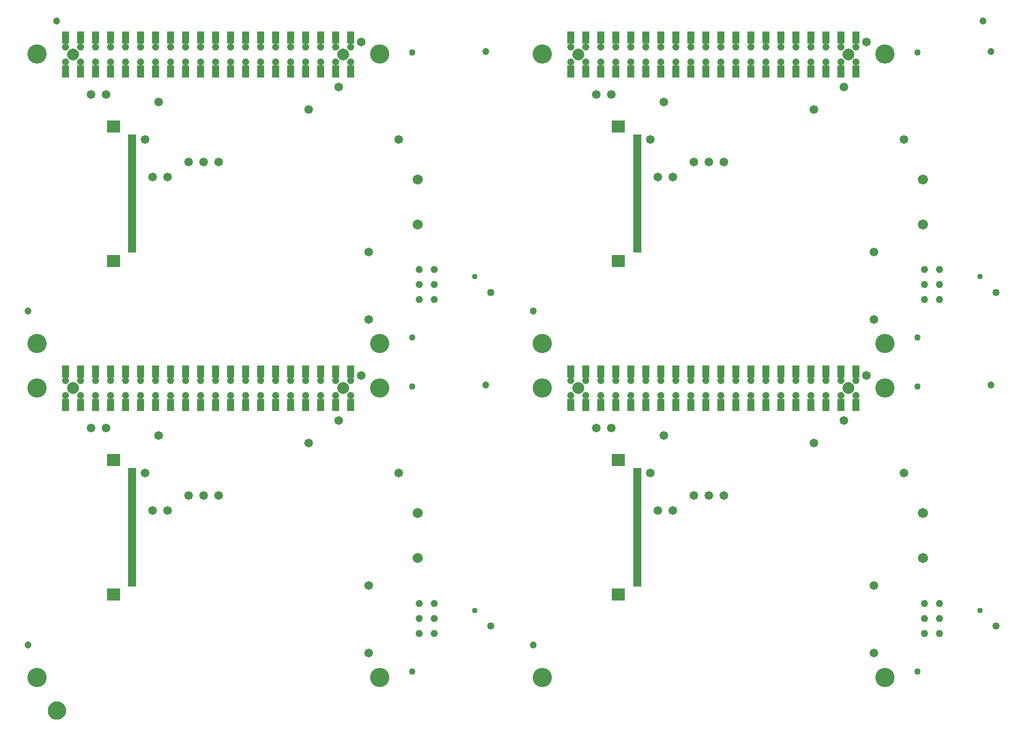
<source format=gbs>
G75*
%MOIN*%
%OFA0B0*%
%FSLAX25Y25*%
%IPPOS*%
%LPD*%
%AMOC8*
5,1,8,0,0,1.08239X$1,22.5*
%
%ADD10R,0.04816X0.08162*%
%ADD11C,0.04816*%
%ADD12C,0.07887*%
%ADD13C,0.04343*%
%ADD14C,0.03753*%
%ADD15C,0.04934*%
%ADD16C,0.12800*%
%ADD17C,0.04808*%
%ADD18C,0.06706*%
%ADD19R,0.05524X0.01981*%
%ADD20R,0.08661X0.07874*%
%ADD21C,0.04737*%
%ADD22C,0.05800*%
%ADD23C,0.05000*%
D10*
X0071885Y0229898D03*
X0081885Y0229898D03*
X0091885Y0229898D03*
X0101885Y0229898D03*
X0111885Y0229898D03*
X0121885Y0229898D03*
X0131885Y0229898D03*
X0141885Y0229898D03*
X0151885Y0229898D03*
X0161885Y0229898D03*
X0171885Y0229898D03*
X0181885Y0229898D03*
X0191885Y0229898D03*
X0201885Y0229898D03*
X0211885Y0229898D03*
X0221885Y0229898D03*
X0231885Y0229898D03*
X0241885Y0229898D03*
X0251885Y0229898D03*
X0261885Y0229898D03*
X0261885Y0252457D03*
X0251885Y0252457D03*
X0241885Y0252457D03*
X0231885Y0252457D03*
X0221885Y0252457D03*
X0211885Y0252457D03*
X0201885Y0252457D03*
X0191885Y0252457D03*
X0181885Y0252457D03*
X0171885Y0252457D03*
X0161885Y0252457D03*
X0151885Y0252457D03*
X0141885Y0252457D03*
X0131885Y0252457D03*
X0121885Y0252457D03*
X0111885Y0252457D03*
X0101885Y0252457D03*
X0091885Y0252457D03*
X0081885Y0252457D03*
X0071885Y0252457D03*
X0071885Y0452370D03*
X0081885Y0452370D03*
X0091885Y0452370D03*
X0101885Y0452370D03*
X0111885Y0452370D03*
X0121885Y0452370D03*
X0131885Y0452370D03*
X0141885Y0452370D03*
X0151885Y0452370D03*
X0161885Y0452370D03*
X0171885Y0452370D03*
X0181885Y0452370D03*
X0191885Y0452370D03*
X0201885Y0452370D03*
X0211885Y0452370D03*
X0221885Y0452370D03*
X0231885Y0452370D03*
X0241885Y0452370D03*
X0251885Y0452370D03*
X0261885Y0452370D03*
X0261885Y0474929D03*
X0251885Y0474929D03*
X0241885Y0474929D03*
X0231885Y0474929D03*
X0221885Y0474929D03*
X0211885Y0474929D03*
X0201885Y0474929D03*
X0191885Y0474929D03*
X0181885Y0474929D03*
X0171885Y0474929D03*
X0161885Y0474929D03*
X0151885Y0474929D03*
X0141885Y0474929D03*
X0131885Y0474929D03*
X0121885Y0474929D03*
X0111885Y0474929D03*
X0101885Y0474929D03*
X0091885Y0474929D03*
X0081885Y0474929D03*
X0071885Y0474929D03*
X0408531Y0474929D03*
X0418531Y0474929D03*
X0428531Y0474929D03*
X0438531Y0474929D03*
X0448531Y0474929D03*
X0458531Y0474929D03*
X0468531Y0474929D03*
X0478531Y0474929D03*
X0488531Y0474929D03*
X0498531Y0474929D03*
X0508531Y0474929D03*
X0518531Y0474929D03*
X0528531Y0474929D03*
X0538531Y0474929D03*
X0548531Y0474929D03*
X0558531Y0474929D03*
X0568531Y0474929D03*
X0578531Y0474929D03*
X0588531Y0474929D03*
X0598531Y0474929D03*
X0598531Y0452370D03*
X0588531Y0452370D03*
X0578531Y0452370D03*
X0568531Y0452370D03*
X0558531Y0452370D03*
X0548531Y0452370D03*
X0538531Y0452370D03*
X0528531Y0452370D03*
X0518531Y0452370D03*
X0508531Y0452370D03*
X0498531Y0452370D03*
X0488531Y0452370D03*
X0478531Y0452370D03*
X0468531Y0452370D03*
X0458531Y0452370D03*
X0448531Y0452370D03*
X0438531Y0452370D03*
X0428531Y0452370D03*
X0418531Y0452370D03*
X0408531Y0452370D03*
X0408531Y0252457D03*
X0418531Y0252457D03*
X0428531Y0252457D03*
X0438531Y0252457D03*
X0448531Y0252457D03*
X0458531Y0252457D03*
X0468531Y0252457D03*
X0478531Y0252457D03*
X0488531Y0252457D03*
X0498531Y0252457D03*
X0508531Y0252457D03*
X0518531Y0252457D03*
X0528531Y0252457D03*
X0538531Y0252457D03*
X0548531Y0252457D03*
X0558531Y0252457D03*
X0568531Y0252457D03*
X0578531Y0252457D03*
X0588531Y0252457D03*
X0598531Y0252457D03*
X0598531Y0229898D03*
X0588531Y0229898D03*
X0578531Y0229898D03*
X0568531Y0229898D03*
X0558531Y0229898D03*
X0548531Y0229898D03*
X0538531Y0229898D03*
X0528531Y0229898D03*
X0518531Y0229898D03*
X0508531Y0229898D03*
X0498531Y0229898D03*
X0488531Y0229898D03*
X0478531Y0229898D03*
X0468531Y0229898D03*
X0458531Y0229898D03*
X0448531Y0229898D03*
X0438531Y0229898D03*
X0428531Y0229898D03*
X0418531Y0229898D03*
X0408531Y0229898D03*
D11*
X0408531Y0236177D03*
X0418531Y0236177D03*
X0428531Y0236177D03*
X0438531Y0236177D03*
X0448531Y0236177D03*
X0458531Y0236177D03*
X0468531Y0236177D03*
X0478531Y0236177D03*
X0488531Y0236177D03*
X0498531Y0236177D03*
X0508531Y0236177D03*
X0518531Y0236177D03*
X0528531Y0236177D03*
X0538531Y0236177D03*
X0548531Y0236177D03*
X0558531Y0236177D03*
X0568531Y0236177D03*
X0578531Y0236177D03*
X0588531Y0236177D03*
X0598531Y0236177D03*
X0598531Y0246177D03*
X0588531Y0246177D03*
X0578531Y0246177D03*
X0568531Y0246177D03*
X0558531Y0246177D03*
X0548531Y0246177D03*
X0538531Y0246177D03*
X0528531Y0246177D03*
X0518531Y0246177D03*
X0508531Y0246177D03*
X0498531Y0246177D03*
X0488531Y0246177D03*
X0478531Y0246177D03*
X0468531Y0246177D03*
X0458531Y0246177D03*
X0448531Y0246177D03*
X0438531Y0246177D03*
X0428531Y0246177D03*
X0418531Y0246177D03*
X0408531Y0246177D03*
X0261885Y0246177D03*
X0261885Y0236177D03*
X0251885Y0236177D03*
X0241885Y0236177D03*
X0231885Y0236177D03*
X0221885Y0236177D03*
X0211885Y0236177D03*
X0201885Y0236177D03*
X0191885Y0236177D03*
X0181885Y0236177D03*
X0171885Y0236177D03*
X0161885Y0236177D03*
X0151885Y0236177D03*
X0141885Y0236177D03*
X0131885Y0236177D03*
X0121885Y0236177D03*
X0111885Y0236177D03*
X0101885Y0236177D03*
X0091885Y0236177D03*
X0081885Y0236177D03*
X0071885Y0236177D03*
X0071885Y0246177D03*
X0081885Y0246177D03*
X0091885Y0246177D03*
X0101885Y0246177D03*
X0111885Y0246177D03*
X0121885Y0246177D03*
X0131885Y0246177D03*
X0141885Y0246177D03*
X0151885Y0246177D03*
X0161885Y0246177D03*
X0171885Y0246177D03*
X0181885Y0246177D03*
X0191885Y0246177D03*
X0201885Y0246177D03*
X0211885Y0246177D03*
X0221885Y0246177D03*
X0231885Y0246177D03*
X0241885Y0246177D03*
X0251885Y0246177D03*
X0251885Y0458650D03*
X0241885Y0458650D03*
X0231885Y0458650D03*
X0221885Y0458650D03*
X0211885Y0458650D03*
X0211885Y0468650D03*
X0221885Y0468650D03*
X0231885Y0468650D03*
X0241885Y0468650D03*
X0251885Y0468650D03*
X0261885Y0468650D03*
X0261885Y0458650D03*
X0201885Y0458650D03*
X0191885Y0458650D03*
X0181885Y0458650D03*
X0171885Y0458650D03*
X0171885Y0468650D03*
X0181885Y0468650D03*
X0191885Y0468650D03*
X0201885Y0468650D03*
X0161885Y0468650D03*
X0151885Y0468650D03*
X0141885Y0468650D03*
X0131885Y0468650D03*
X0121885Y0468650D03*
X0111885Y0468650D03*
X0101885Y0468650D03*
X0091885Y0468650D03*
X0081885Y0468650D03*
X0071885Y0468650D03*
X0071885Y0458650D03*
X0081885Y0458650D03*
X0091885Y0458650D03*
X0101885Y0458650D03*
X0111885Y0458650D03*
X0121885Y0458650D03*
X0131885Y0458650D03*
X0141885Y0458650D03*
X0151885Y0458650D03*
X0161885Y0458650D03*
X0408531Y0458650D03*
X0418531Y0458650D03*
X0428531Y0458650D03*
X0438531Y0458650D03*
X0438531Y0468650D03*
X0428531Y0468650D03*
X0418531Y0468650D03*
X0408531Y0468650D03*
X0448531Y0468650D03*
X0458531Y0468650D03*
X0468531Y0468650D03*
X0478531Y0468650D03*
X0488531Y0468650D03*
X0498531Y0468650D03*
X0508531Y0468650D03*
X0518531Y0468650D03*
X0528531Y0468650D03*
X0538531Y0468650D03*
X0548531Y0468650D03*
X0558531Y0468650D03*
X0568531Y0468650D03*
X0578531Y0468650D03*
X0588531Y0468650D03*
X0598531Y0468650D03*
X0598531Y0458650D03*
X0588531Y0458650D03*
X0578531Y0458650D03*
X0568531Y0458650D03*
X0558531Y0458650D03*
X0548531Y0458650D03*
X0538531Y0458650D03*
X0528531Y0458650D03*
X0518531Y0458650D03*
X0508531Y0458650D03*
X0498531Y0458650D03*
X0488531Y0458650D03*
X0478531Y0458650D03*
X0468531Y0458650D03*
X0458531Y0458650D03*
X0448531Y0458650D03*
D12*
X0413531Y0463650D03*
X0256885Y0463650D03*
X0076885Y0463650D03*
X0076885Y0241177D03*
X0256885Y0241177D03*
X0413531Y0241177D03*
X0593531Y0241177D03*
X0593531Y0463650D03*
D13*
X0639358Y0464909D03*
X0639358Y0274870D03*
X0639358Y0242437D03*
X0639358Y0052398D03*
X0302712Y0052398D03*
X0302712Y0242437D03*
X0302712Y0274870D03*
X0302712Y0464909D03*
D14*
X0344667Y0315592D03*
X0344667Y0093120D03*
X0681312Y0093120D03*
X0681312Y0315592D03*
D15*
X0691891Y0305014D03*
X0691891Y0082541D03*
X0355245Y0082541D03*
X0355245Y0305014D03*
D16*
X0389358Y0270933D03*
X0389358Y0241374D03*
X0281058Y0241374D03*
X0281058Y0270933D03*
X0052712Y0270933D03*
X0052712Y0241374D03*
X0052712Y0048461D03*
X0281058Y0048461D03*
X0389358Y0048461D03*
X0617704Y0048461D03*
X0617704Y0241374D03*
X0617704Y0270933D03*
X0617704Y0463846D03*
X0389358Y0463846D03*
X0281058Y0463846D03*
X0052712Y0463846D03*
D17*
X0307554Y0320303D03*
X0307554Y0310303D03*
X0307554Y0300303D03*
X0317554Y0300303D03*
X0317554Y0310303D03*
X0317554Y0320303D03*
X0644200Y0320303D03*
X0654200Y0320303D03*
X0654200Y0310303D03*
X0644200Y0310303D03*
X0644200Y0300303D03*
X0654200Y0300303D03*
X0654200Y0097831D03*
X0644200Y0097831D03*
X0644200Y0087831D03*
X0654200Y0087831D03*
X0654200Y0077831D03*
X0644200Y0077831D03*
X0317554Y0077831D03*
X0307554Y0077831D03*
X0307554Y0087831D03*
X0307554Y0097831D03*
X0317554Y0097831D03*
X0317554Y0087831D03*
D18*
X0065932Y0026431D03*
X0306649Y0127988D03*
X0306649Y0157909D03*
X0306649Y0350461D03*
X0306649Y0380382D03*
X0643295Y0380382D03*
X0643295Y0350461D03*
X0643295Y0157909D03*
X0643295Y0127988D03*
D19*
X0452743Y0127791D03*
X0452743Y0125823D03*
X0452743Y0123854D03*
X0452743Y0121886D03*
X0452743Y0119917D03*
X0452743Y0117949D03*
X0452743Y0115980D03*
X0452743Y0114012D03*
X0452743Y0112043D03*
X0452743Y0110075D03*
X0452743Y0129760D03*
X0452743Y0131728D03*
X0452743Y0133697D03*
X0452743Y0135665D03*
X0452743Y0137634D03*
X0452743Y0139602D03*
X0452743Y0141571D03*
X0452743Y0143539D03*
X0452743Y0145508D03*
X0452743Y0147476D03*
X0452743Y0149445D03*
X0452743Y0151413D03*
X0452743Y0153382D03*
X0452743Y0155350D03*
X0452743Y0157319D03*
X0452743Y0159287D03*
X0452743Y0161256D03*
X0452743Y0163224D03*
X0452743Y0165193D03*
X0452743Y0167161D03*
X0452743Y0169130D03*
X0452743Y0171098D03*
X0452743Y0173067D03*
X0452743Y0175035D03*
X0452743Y0177004D03*
X0452743Y0178972D03*
X0452743Y0180941D03*
X0452743Y0182909D03*
X0452743Y0184878D03*
X0452743Y0186846D03*
X0452743Y0332547D03*
X0452743Y0334516D03*
X0452743Y0336484D03*
X0452743Y0338453D03*
X0452743Y0340421D03*
X0452743Y0342390D03*
X0452743Y0344358D03*
X0452743Y0346327D03*
X0452743Y0348295D03*
X0452743Y0350264D03*
X0452743Y0352232D03*
X0452743Y0354201D03*
X0452743Y0356169D03*
X0452743Y0358138D03*
X0452743Y0360106D03*
X0452743Y0362075D03*
X0452743Y0364043D03*
X0452743Y0366012D03*
X0452743Y0367980D03*
X0452743Y0369949D03*
X0452743Y0371917D03*
X0452743Y0373886D03*
X0452743Y0375854D03*
X0452743Y0377823D03*
X0452743Y0379791D03*
X0452743Y0381760D03*
X0452743Y0383728D03*
X0452743Y0385697D03*
X0452743Y0387665D03*
X0452743Y0389634D03*
X0452743Y0391602D03*
X0452743Y0393571D03*
X0452743Y0395539D03*
X0452743Y0397508D03*
X0452743Y0399476D03*
X0452743Y0401445D03*
X0452743Y0403413D03*
X0452743Y0405382D03*
X0452743Y0407350D03*
X0452743Y0409319D03*
X0116098Y0409319D03*
X0116098Y0407350D03*
X0116098Y0405382D03*
X0116098Y0403413D03*
X0116098Y0401445D03*
X0116098Y0399476D03*
X0116098Y0397508D03*
X0116098Y0395539D03*
X0116098Y0393571D03*
X0116098Y0391602D03*
X0116098Y0389634D03*
X0116098Y0387665D03*
X0116098Y0385697D03*
X0116098Y0383728D03*
X0116098Y0381760D03*
X0116098Y0379791D03*
X0116098Y0377823D03*
X0116098Y0375854D03*
X0116098Y0373886D03*
X0116098Y0371917D03*
X0116098Y0369949D03*
X0116098Y0367980D03*
X0116098Y0366012D03*
X0116098Y0364043D03*
X0116098Y0362075D03*
X0116098Y0360106D03*
X0116098Y0358138D03*
X0116098Y0356169D03*
X0116098Y0354201D03*
X0116098Y0352232D03*
X0116098Y0350264D03*
X0116098Y0348295D03*
X0116098Y0346327D03*
X0116098Y0344358D03*
X0116098Y0342390D03*
X0116098Y0340421D03*
X0116098Y0338453D03*
X0116098Y0336484D03*
X0116098Y0334516D03*
X0116098Y0332547D03*
X0116098Y0186846D03*
X0116098Y0184878D03*
X0116098Y0182909D03*
X0116098Y0180941D03*
X0116098Y0178972D03*
X0116098Y0177004D03*
X0116098Y0175035D03*
X0116098Y0173067D03*
X0116098Y0171098D03*
X0116098Y0169130D03*
X0116098Y0167161D03*
X0116098Y0165193D03*
X0116098Y0163224D03*
X0116098Y0161256D03*
X0116098Y0159287D03*
X0116098Y0157319D03*
X0116098Y0155350D03*
X0116098Y0153382D03*
X0116098Y0151413D03*
X0116098Y0149445D03*
X0116098Y0147476D03*
X0116098Y0145508D03*
X0116098Y0143539D03*
X0116098Y0141571D03*
X0116098Y0139602D03*
X0116098Y0137634D03*
X0116098Y0135665D03*
X0116098Y0133697D03*
X0116098Y0131728D03*
X0116098Y0129760D03*
X0116098Y0127791D03*
X0116098Y0125823D03*
X0116098Y0123854D03*
X0116098Y0121886D03*
X0116098Y0119917D03*
X0116098Y0117949D03*
X0116098Y0115980D03*
X0116098Y0114012D03*
X0116098Y0112043D03*
X0116098Y0110075D03*
D20*
X0103696Y0103579D03*
X0103696Y0193343D03*
X0103696Y0326051D03*
X0103696Y0415815D03*
X0440342Y0415815D03*
X0440342Y0326051D03*
X0440342Y0193343D03*
X0440342Y0103579D03*
D21*
X0383452Y0070114D03*
X0351767Y0243343D03*
X0383452Y0292587D03*
X0351767Y0465815D03*
X0065932Y0485876D03*
X0046806Y0292587D03*
X0046806Y0070114D03*
X0688413Y0243343D03*
X0688413Y0465815D03*
X0683224Y0485876D03*
D22*
X0605578Y0472154D03*
X0590578Y0442154D03*
X0570578Y0427154D03*
X0630578Y0407154D03*
X0610578Y0332154D03*
X0610578Y0287154D03*
X0605578Y0249681D03*
X0590578Y0219681D03*
X0570578Y0204681D03*
X0630578Y0184681D03*
X0610578Y0109681D03*
X0610578Y0064681D03*
X0476641Y0159681D03*
X0466641Y0159681D03*
X0490578Y0169681D03*
X0500578Y0169681D03*
X0510578Y0169681D03*
X0461641Y0184681D03*
X0470578Y0209681D03*
X0435578Y0214681D03*
X0425578Y0214681D03*
X0293932Y0184681D03*
X0253932Y0219681D03*
X0233932Y0204681D03*
X0173932Y0169681D03*
X0163932Y0169681D03*
X0153932Y0169681D03*
X0139995Y0159681D03*
X0129995Y0159681D03*
X0124995Y0184681D03*
X0133932Y0209681D03*
X0098932Y0214681D03*
X0088932Y0214681D03*
X0268932Y0249681D03*
X0273932Y0287154D03*
X0273932Y0332154D03*
X0173932Y0392154D03*
X0163932Y0392154D03*
X0153932Y0392154D03*
X0139995Y0382154D03*
X0129995Y0382154D03*
X0124995Y0407154D03*
X0133932Y0432154D03*
X0098932Y0437154D03*
X0088932Y0437154D03*
X0233932Y0427154D03*
X0253932Y0442154D03*
X0268932Y0472154D03*
X0293932Y0407154D03*
X0425578Y0437154D03*
X0435578Y0437154D03*
X0470578Y0432154D03*
X0461641Y0407154D03*
X0490578Y0392154D03*
X0500578Y0392154D03*
X0510578Y0392154D03*
X0476641Y0382154D03*
X0466641Y0382154D03*
X0273932Y0109681D03*
X0273932Y0064681D03*
D23*
X0062367Y0026431D02*
X0062369Y0026550D01*
X0062375Y0026669D01*
X0062385Y0026788D01*
X0062399Y0026906D01*
X0062417Y0027024D01*
X0062438Y0027141D01*
X0062464Y0027257D01*
X0062494Y0027373D01*
X0062527Y0027487D01*
X0062564Y0027600D01*
X0062605Y0027712D01*
X0062650Y0027823D01*
X0062698Y0027932D01*
X0062750Y0028039D01*
X0062806Y0028144D01*
X0062865Y0028248D01*
X0062927Y0028349D01*
X0062993Y0028449D01*
X0063062Y0028546D01*
X0063134Y0028640D01*
X0063210Y0028733D01*
X0063288Y0028822D01*
X0063369Y0028909D01*
X0063454Y0028994D01*
X0063541Y0029075D01*
X0063630Y0029153D01*
X0063723Y0029229D01*
X0063817Y0029301D01*
X0063914Y0029370D01*
X0064014Y0029436D01*
X0064115Y0029498D01*
X0064219Y0029557D01*
X0064324Y0029613D01*
X0064431Y0029665D01*
X0064540Y0029713D01*
X0064651Y0029758D01*
X0064763Y0029799D01*
X0064876Y0029836D01*
X0064990Y0029869D01*
X0065106Y0029899D01*
X0065222Y0029925D01*
X0065339Y0029946D01*
X0065457Y0029964D01*
X0065575Y0029978D01*
X0065694Y0029988D01*
X0065813Y0029994D01*
X0065932Y0029996D01*
X0066051Y0029994D01*
X0066170Y0029988D01*
X0066289Y0029978D01*
X0066407Y0029964D01*
X0066525Y0029946D01*
X0066642Y0029925D01*
X0066758Y0029899D01*
X0066874Y0029869D01*
X0066988Y0029836D01*
X0067101Y0029799D01*
X0067213Y0029758D01*
X0067324Y0029713D01*
X0067433Y0029665D01*
X0067540Y0029613D01*
X0067645Y0029557D01*
X0067749Y0029498D01*
X0067850Y0029436D01*
X0067950Y0029370D01*
X0068047Y0029301D01*
X0068141Y0029229D01*
X0068234Y0029153D01*
X0068323Y0029075D01*
X0068410Y0028994D01*
X0068495Y0028909D01*
X0068576Y0028822D01*
X0068654Y0028733D01*
X0068730Y0028640D01*
X0068802Y0028546D01*
X0068871Y0028449D01*
X0068937Y0028349D01*
X0068999Y0028248D01*
X0069058Y0028144D01*
X0069114Y0028039D01*
X0069166Y0027932D01*
X0069214Y0027823D01*
X0069259Y0027712D01*
X0069300Y0027600D01*
X0069337Y0027487D01*
X0069370Y0027373D01*
X0069400Y0027257D01*
X0069426Y0027141D01*
X0069447Y0027024D01*
X0069465Y0026906D01*
X0069479Y0026788D01*
X0069489Y0026669D01*
X0069495Y0026550D01*
X0069497Y0026431D01*
X0069495Y0026312D01*
X0069489Y0026193D01*
X0069479Y0026074D01*
X0069465Y0025956D01*
X0069447Y0025838D01*
X0069426Y0025721D01*
X0069400Y0025605D01*
X0069370Y0025489D01*
X0069337Y0025375D01*
X0069300Y0025262D01*
X0069259Y0025150D01*
X0069214Y0025039D01*
X0069166Y0024930D01*
X0069114Y0024823D01*
X0069058Y0024718D01*
X0068999Y0024614D01*
X0068937Y0024513D01*
X0068871Y0024413D01*
X0068802Y0024316D01*
X0068730Y0024222D01*
X0068654Y0024129D01*
X0068576Y0024040D01*
X0068495Y0023953D01*
X0068410Y0023868D01*
X0068323Y0023787D01*
X0068234Y0023709D01*
X0068141Y0023633D01*
X0068047Y0023561D01*
X0067950Y0023492D01*
X0067850Y0023426D01*
X0067749Y0023364D01*
X0067645Y0023305D01*
X0067540Y0023249D01*
X0067433Y0023197D01*
X0067324Y0023149D01*
X0067213Y0023104D01*
X0067101Y0023063D01*
X0066988Y0023026D01*
X0066874Y0022993D01*
X0066758Y0022963D01*
X0066642Y0022937D01*
X0066525Y0022916D01*
X0066407Y0022898D01*
X0066289Y0022884D01*
X0066170Y0022874D01*
X0066051Y0022868D01*
X0065932Y0022866D01*
X0065813Y0022868D01*
X0065694Y0022874D01*
X0065575Y0022884D01*
X0065457Y0022898D01*
X0065339Y0022916D01*
X0065222Y0022937D01*
X0065106Y0022963D01*
X0064990Y0022993D01*
X0064876Y0023026D01*
X0064763Y0023063D01*
X0064651Y0023104D01*
X0064540Y0023149D01*
X0064431Y0023197D01*
X0064324Y0023249D01*
X0064219Y0023305D01*
X0064115Y0023364D01*
X0064014Y0023426D01*
X0063914Y0023492D01*
X0063817Y0023561D01*
X0063723Y0023633D01*
X0063630Y0023709D01*
X0063541Y0023787D01*
X0063454Y0023868D01*
X0063369Y0023953D01*
X0063288Y0024040D01*
X0063210Y0024129D01*
X0063134Y0024222D01*
X0063062Y0024316D01*
X0062993Y0024413D01*
X0062927Y0024513D01*
X0062865Y0024614D01*
X0062806Y0024718D01*
X0062750Y0024823D01*
X0062698Y0024930D01*
X0062650Y0025039D01*
X0062605Y0025150D01*
X0062564Y0025262D01*
X0062527Y0025375D01*
X0062494Y0025489D01*
X0062464Y0025605D01*
X0062438Y0025721D01*
X0062417Y0025838D01*
X0062399Y0025956D01*
X0062385Y0026074D01*
X0062375Y0026193D01*
X0062369Y0026312D01*
X0062367Y0026431D01*
M02*

</source>
